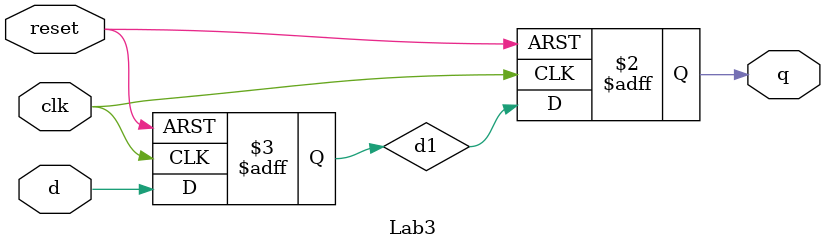
<source format=v>
`timescale 1ns/100ps
module Lab3(clk,reset,d,q);
input clk;
input reset;
input d;
output q;

reg q;
reg d1;

always@(posedge clk or posedge reset)
begin
	if(reset) begin
		$display($time, "  %m : reset = %b",reset);
		d1 <= 1'b0;
		q  <= 1'b0;
	end
	else begin
		d1 <= d;
		q  <= d1;
	end
end
endmodule

</source>
